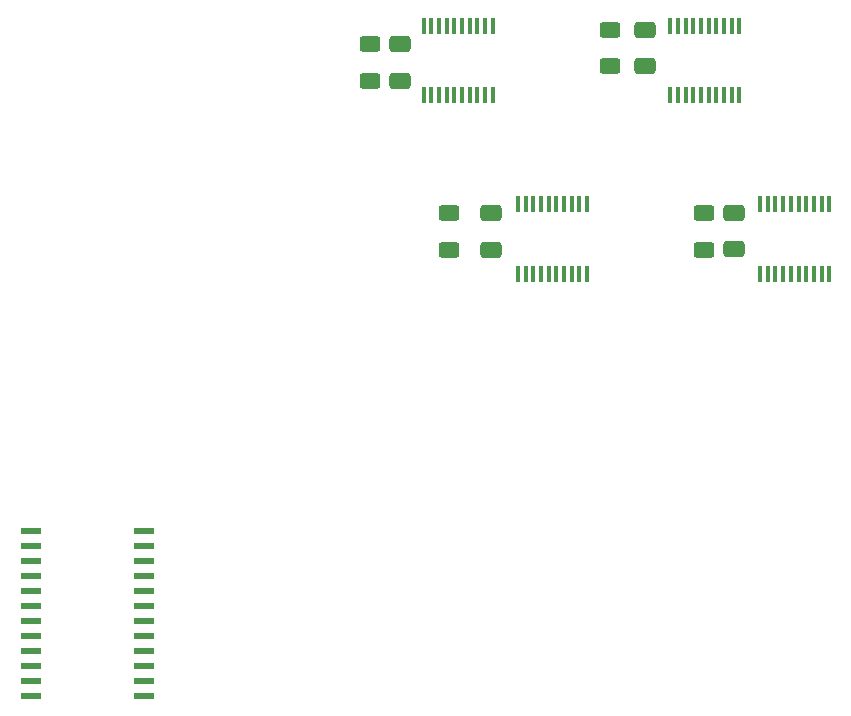
<source format=gbr>
%TF.GenerationSoftware,KiCad,Pcbnew,7.0.10*%
%TF.CreationDate,2024-02-26T10:06:05+01:00*%
%TF.ProjectId,Legacy-LedPanel-HAT,4c656761-6379-42d4-9c65-6450616e656c,rev?*%
%TF.SameCoordinates,Original*%
%TF.FileFunction,Paste,Top*%
%TF.FilePolarity,Positive*%
%FSLAX46Y46*%
G04 Gerber Fmt 4.6, Leading zero omitted, Abs format (unit mm)*
G04 Created by KiCad (PCBNEW 7.0.10) date 2024-02-26 10:06:05*
%MOMM*%
%LPD*%
G01*
G04 APERTURE LIST*
G04 Aperture macros list*
%AMRoundRect*
0 Rectangle with rounded corners*
0 $1 Rounding radius*
0 $2 $3 $4 $5 $6 $7 $8 $9 X,Y pos of 4 corners*
0 Add a 4 corners polygon primitive as box body*
4,1,4,$2,$3,$4,$5,$6,$7,$8,$9,$2,$3,0*
0 Add four circle primitives for the rounded corners*
1,1,$1+$1,$2,$3*
1,1,$1+$1,$4,$5*
1,1,$1+$1,$6,$7*
1,1,$1+$1,$8,$9*
0 Add four rect primitives between the rounded corners*
20,1,$1+$1,$2,$3,$4,$5,0*
20,1,$1+$1,$4,$5,$6,$7,0*
20,1,$1+$1,$6,$7,$8,$9,0*
20,1,$1+$1,$8,$9,$2,$3,0*%
G04 Aperture macros list end*
%ADD10RoundRect,0.250000X-0.650000X0.412500X-0.650000X-0.412500X0.650000X-0.412500X0.650000X0.412500X0*%
%ADD11R,0.354800X1.404099*%
%ADD12R,1.792199X0.532600*%
%ADD13RoundRect,0.250000X0.625000X-0.400000X0.625000X0.400000X-0.625000X0.400000X-0.625000X-0.400000X0*%
%ADD14RoundRect,0.250000X-0.625000X0.400000X-0.625000X-0.400000X0.625000X-0.400000X0.625000X0.400000X0*%
G04 APERTURE END LIST*
D10*
%TO.C,C2*%
X123645000Y-67382500D03*
X123645000Y-70507500D03*
%TD*%
D11*
%TO.C,U6*%
X125795002Y-72945000D03*
X126445003Y-72945000D03*
X127095001Y-72945000D03*
X127745003Y-72945000D03*
X128395001Y-72945000D03*
X129045000Y-72945000D03*
X129695001Y-72945000D03*
X130345000Y-72945000D03*
X130995001Y-72945000D03*
X131645000Y-72945000D03*
X131645002Y-67045104D03*
X130995004Y-67045104D03*
X130345003Y-67045104D03*
X129695004Y-67045104D03*
X129045003Y-67045104D03*
X128395004Y-67045104D03*
X127745003Y-67045104D03*
X127095004Y-67045104D03*
X126445003Y-67045104D03*
X125795004Y-67045104D03*
%TD*%
D12*
%TO.C,U2*%
X71651200Y-109824800D03*
X71651200Y-111094800D03*
X71651200Y-112364800D03*
X71651200Y-113634800D03*
X71651200Y-114904800D03*
X71651200Y-116174800D03*
X71651200Y-117444800D03*
X71651200Y-118714800D03*
X71651200Y-119984800D03*
X71651200Y-121254800D03*
X71651200Y-122524800D03*
X71651200Y-123794800D03*
X81201600Y-123794800D03*
X81201600Y-122524800D03*
X81201600Y-121254800D03*
X81201600Y-119984800D03*
X81201600Y-118714800D03*
X81201600Y-117444800D03*
X81201600Y-116174800D03*
X81201600Y-114904800D03*
X81201600Y-113634800D03*
X81201600Y-112364800D03*
X81201600Y-111094800D03*
X81201600Y-109824800D03*
%TD*%
D13*
%TO.C,R2*%
X120645000Y-70495000D03*
X120645000Y-67395000D03*
%TD*%
D14*
%TO.C,R3*%
X128645000Y-82945000D03*
X128645000Y-86045000D03*
%TD*%
D10*
%TO.C,C4*%
X110645000Y-82945000D03*
X110645000Y-86070000D03*
%TD*%
D11*
%TO.C,U4*%
X112895000Y-88095000D03*
X113545001Y-88095000D03*
X114194999Y-88095000D03*
X114845001Y-88095000D03*
X115494999Y-88095000D03*
X116144998Y-88095000D03*
X116794999Y-88095000D03*
X117444998Y-88095000D03*
X118094999Y-88095000D03*
X118744998Y-88095000D03*
X118745000Y-82195104D03*
X118095002Y-82195104D03*
X117445001Y-82195104D03*
X116795002Y-82195104D03*
X116145001Y-82195104D03*
X115495002Y-82195104D03*
X114845001Y-82195104D03*
X114195002Y-82195104D03*
X113545001Y-82195104D03*
X112895002Y-82195104D03*
%TD*%
%TO.C,U5*%
X104895000Y-72945000D03*
X105545001Y-72945000D03*
X106194999Y-72945000D03*
X106845001Y-72945000D03*
X107494999Y-72945000D03*
X108144998Y-72945000D03*
X108794999Y-72945000D03*
X109444998Y-72945000D03*
X110094999Y-72945000D03*
X110744998Y-72945000D03*
X110745000Y-67045104D03*
X110095002Y-67045104D03*
X109445001Y-67045104D03*
X108795002Y-67045104D03*
X108145001Y-67045104D03*
X107495002Y-67045104D03*
X106845001Y-67045104D03*
X106195002Y-67045104D03*
X105545001Y-67045104D03*
X104895002Y-67045104D03*
%TD*%
D10*
%TO.C,C3*%
X131145000Y-82882500D03*
X131145000Y-86007500D03*
%TD*%
D14*
%TO.C,R4*%
X107095000Y-82945000D03*
X107095000Y-86045000D03*
%TD*%
D10*
%TO.C,C1*%
X102895000Y-68632500D03*
X102895000Y-71757500D03*
%TD*%
D14*
%TO.C,R1*%
X100395000Y-68645000D03*
X100395000Y-71745000D03*
%TD*%
D11*
%TO.C,U7*%
X133394998Y-88094896D03*
X134044999Y-88094896D03*
X134694997Y-88094896D03*
X135344999Y-88094896D03*
X135994997Y-88094896D03*
X136644996Y-88094896D03*
X137294997Y-88094896D03*
X137944996Y-88094896D03*
X138594997Y-88094896D03*
X139244996Y-88094896D03*
X139244998Y-82195000D03*
X138595000Y-82195000D03*
X137944999Y-82195000D03*
X137295000Y-82195000D03*
X136644999Y-82195000D03*
X135995000Y-82195000D03*
X135344999Y-82195000D03*
X134695000Y-82195000D03*
X134044999Y-82195000D03*
X133395000Y-82195000D03*
%TD*%
M02*

</source>
